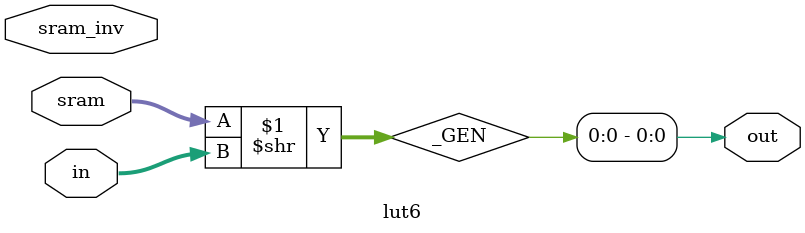
<source format=v>
module lut6(	// file.cleaned.mlir:2:3
  input  [5:0]  in,	// file.cleaned.mlir:2:22
  input  [63:0] sram,	// file.cleaned.mlir:2:35
                sram_inv,	// file.cleaned.mlir:2:51
  output        out	// file.cleaned.mlir:2:72
);

  wire [63:0] _GEN = sram >> in;	// file.cleaned.mlir:5:10
  assign out = _GEN[0];	// file.cleaned.mlir:5:10, :6:10, :7:5
endmodule


</source>
